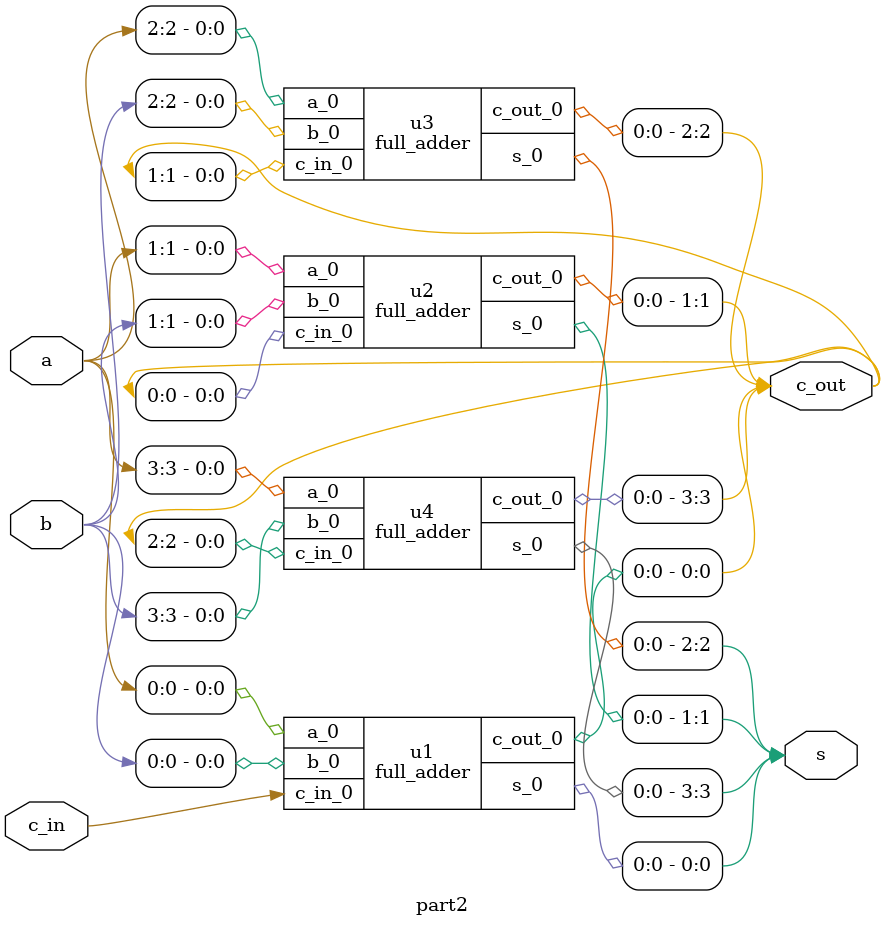
<source format=v>
module mux2to1(x, y, sel, m);
    input x; //select 0
    input y; //select 1
    input sel; //select signal
    output m; //output
  
    //assign m = s & y | ~s & x;
    // OR
    assign m = sel ? y : x;

endmodule


module full_adder(a_0, b_0, c_in_0, s_0, c_out_0);
	//Set inputs and outputs
	input a_0, b_0, c_in_0;
	output c_out_0, s_0;
	
	//Define wire that is the output of XOR of A and B
	wire xor_a_b; 
	assign xor_a_b = a_0^b_0;
	
	//Define 's' bit
	assign s_0 = c_in_0^xor_a_b;
	
	//Instantiate mux2to1 module, with inputs c_in, b, xor_a_b
	mux2to1 u1(
		.x(b_0),
		.y(c_in_0),
		.sel(xor_a_b),
		.m(c_out_0));
	
endmodule


module part2(a, b, c_in, s, c_out); //top module, module part2 declaration
	input [3:0] a;
	input [3:0] b;
	input c_in;
	output [3:0] c_out;
	output [3:0] s; 
	
	
	full_adder u1(
		.a_0(a[0]),
		.b_0(b[0]),
		.c_in_0(c_in),
		.s_0(s[0]),
		.c_out_0(c_out[0]));
	
	full_adder u2(
		.a_0(a[1]),
		.b_0(b[1]),
		.c_in_0(c_out[0]),
		.s_0(s[1]),
		.c_out_0(c_out[1]));
		
	full_adder u3(
		.a_0(a[2]),
		.b_0(b[2]),
		.c_in_0(c_out[1]),
		.s_0(s[2]),
		.c_out_0(c_out[2]));
		
	full_adder u4(
		.a_0(a[3]),
		.b_0(b[3]),
		.c_in_0(c_out[2]),
		.s_0(s[3]),
		.c_out_0(c_out[3]));
		


endmodule
</source>
